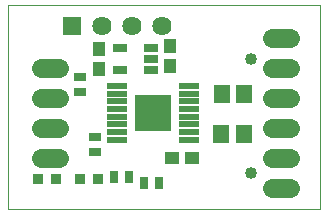
<source format=gbs>
G75*
%MOIN*%
%OFA0B0*%
%FSLAX24Y24*%
%IPPOS*%
%LPD*%
%AMOC8*
5,1,8,0,0,1.08239X$1,22.5*
%
%ADD10C,0.0000*%
%ADD11R,0.0709X0.0197*%
%ADD12R,0.1221X0.1221*%
%ADD13C,0.0640*%
%ADD14R,0.0473X0.0434*%
%ADD15R,0.0552X0.0631*%
%ADD16R,0.0394X0.0316*%
%ADD17R,0.0316X0.0394*%
%ADD18R,0.0355X0.0355*%
%ADD19R,0.0434X0.0473*%
%ADD20R,0.0512X0.0257*%
%ADD21R,0.0640X0.0640*%
%ADD22C,0.0640*%
%ADD23C,0.0400*%
%ADD24C,0.1000*%
D10*
X000150Y000200D02*
X010550Y000200D01*
X010550Y007000D01*
X000150Y007000D01*
X000150Y000200D01*
D11*
X003799Y002504D03*
X003799Y002760D03*
X003799Y003016D03*
X003799Y003272D03*
X003799Y003528D03*
X003799Y003784D03*
X003799Y004040D03*
X003799Y004296D03*
X006201Y004296D03*
X006201Y004040D03*
X006201Y003784D03*
X006201Y003528D03*
X006201Y003272D03*
X006201Y003016D03*
X006201Y002760D03*
X006201Y002504D03*
D12*
X005000Y003400D03*
D13*
X001850Y002900D02*
X001250Y002900D01*
X001250Y001900D02*
X001850Y001900D01*
X001850Y003900D02*
X001250Y003900D01*
X001250Y004900D02*
X001850Y004900D01*
X008950Y004900D02*
X009550Y004900D01*
X009550Y003900D02*
X008950Y003900D01*
X008950Y002900D02*
X009550Y002900D01*
X009550Y001900D02*
X008950Y001900D01*
X008950Y000900D02*
X009550Y000900D01*
X009550Y005900D02*
X008950Y005900D01*
D14*
X006285Y001900D03*
X005615Y001900D03*
D15*
X007270Y002680D03*
X008019Y002680D03*
X008028Y004043D03*
X007280Y004043D03*
D16*
X003050Y002606D03*
X003050Y002094D03*
X002550Y004094D03*
X002550Y004606D03*
D17*
X003694Y001250D03*
X004206Y001250D03*
X004694Y001050D03*
X005206Y001050D03*
D18*
X003145Y001200D03*
X002555Y001200D03*
X001745Y001200D03*
X001155Y001200D03*
D19*
X003200Y004865D03*
X003200Y005535D03*
X005550Y005635D03*
X005550Y004965D03*
D20*
X004912Y004826D03*
X004912Y005200D03*
X004912Y005574D03*
X003888Y005574D03*
X003888Y004826D03*
D21*
X002300Y006300D03*
D22*
X003300Y006300D03*
X004300Y006300D03*
X005300Y006300D03*
D23*
X008250Y005200D03*
X008250Y001400D03*
D24*
X005000Y003400D03*
M02*

</source>
